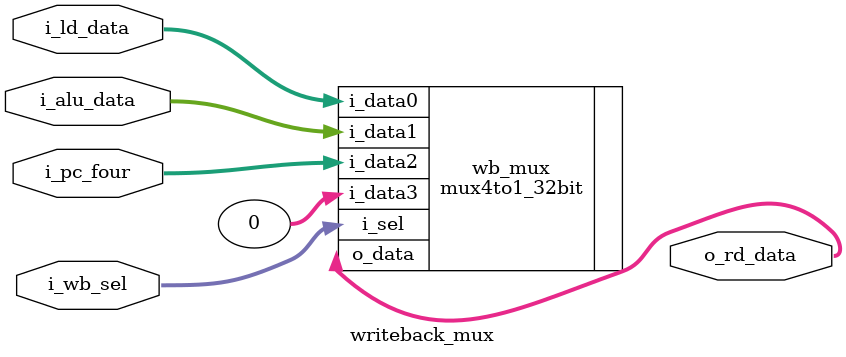
<source format=sv>
module writeback_mux (
    input logic [31:0] i_ld_data,  
    input logic [31:0] i_alu_data,  
    input logic [31:0] i_pc_four,   
    input logic [1:0]  i_wb_sel,    
    output logic [31:0] o_rd_data   
);

    mux4to1_32bit wb_mux (
        .i_data0(i_ld_data),   // sel=00 ? Load data
        .i_data1(i_alu_data),  // sel=01 ? ALU data ? FIX!
        .i_data2(i_pc_four),   // sel=10 ? PC + 4
        .i_data3(32'b0),       // sel=11 ? default
        .i_sel(i_wb_sel),
        .o_data(o_rd_data)
    );

endmodule

</source>
